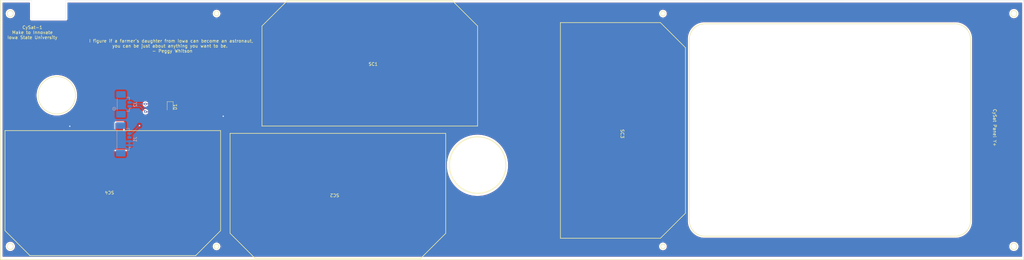
<source format=kicad_pcb>
(kicad_pcb (version 20211014) (generator pcbnew)
  (title_block (title "CySat Solar Panel Y+") (date "2022-06-23") (rev "4") (company "Iowa State University") (comment 1 "Matthew E. Nelson"))
  (layers (0 "F.Cu" signal) (31 "B.Cu" signal) (34 "B.Paste" user) (35 "F.Paste" user) (36 "B.SilkS" user "B.Silkscreen") (37 "F.SilkS" user "F.Silkscreen") (38 "B.Mask" user) (39 "F.Mask" user) (44 "Edge.Cuts" user))
  (net 0 "")
  (net 1 "VSS")
  (net 2 "VCC")
  (net 3 "Net-(D1-Pad1)")
  (net 4 "Net-(D1-Pad2)")
  (footprint "Diode_SMD:D_0805_2012Metric" (layer "F.Cu") (at 180.6 219.4 -90)
    (fp_text reference "D1" (at 0 -1.65 90) (layer "F.SilkS"))
    (fp_text value "D_Photo")
    (fp_line (start -1.685 -0.96) (end -1.685 0.96) (layer "F.SilkS") (width 0.12))
    (fp_line (start -1.685 0.96) (end 1 0.96) (layer "F.SilkS") (width 0.12))
    (fp_line (start 1 -0.96) (end -1.685 -0.96) (layer "F.SilkS") (width 0.12))
    (pad "1" smd roundrect locked (at -0.9375 0 270) (size 0.975 1.4) (layers "F.Cu" "F.Paste" "F.Mask") (net 3 "Net-(D1-Pad1)"))
    (pad "2" smd roundrect locked (at 0.9375 0 270) (size 0.975 1.4) (layers "F.Cu" "F.Paste" "F.Mask") (net 4 "Net-(D1-Pad2)"))
  )
  (footprint "CySat:Spectrolabs_UTJ" (layer "F.Cu") (at 245.56 206.225)
    (fp_text reference "SC1" (at 0 -0.5 unlocked) (layer "F.SilkS"))
    (fp_text value "Solar_Cell")
    (fp_line (start -35.56 -12.7) (end -27.56 -20.7) (layer "F.SilkS") (width 0.2))
    (fp_line (start 33.44 -12.7) (end 33.44 19.3) (layer "F.SilkS") (width 0.2))
    (fp_line (start -27.56 -20.7) (end 25.44 -20.7) (layer "F.SilkS") (width 0.2))
    (fp_line (start 25.44 -20.7) (end 33.44 -12.7) (layer "F.SilkS") (width 0.2))
    (fp_line (start 33.44 19.3) (end -35.56 19.3) (layer "F.SilkS") (width 0.2))
    (fp_line (start -35.56 19.3) (end -35.56 -12.7) (layer "F.SilkS") (width 0.2))
    (pad "1" smd rect (at -1.27 0) (size 58.42 25.4) (layers "F.Cu" "F.Paste" "F.Mask") (net 2 "VCC"))
    (pad "2" smd rect (at 23.48 20.5 180) (size 2.5 2.5) (layers "F.Cu" "F.Paste" "F.Mask") (net 1 "VSS"))
    (pad "2" smd rect (at 18.48 20.5 180) (size 2.5 2.5) (layers "F.Cu" "F.Paste" "F.Mask") (net 1 "VSS"))
    (pad "2" smd rect (at -20.52 20.5 180) (size 2.5 2.5) (layers "F.Cu" "F.Paste" "F.Mask") (net 1 "VSS"))
    (pad "2" smd rect (at -25.52 20.5 180) (size 2.5 2.5) (layers "F.Cu" "F.Paste" "F.Mask") (net 1 "VSS"))
    (pad "3" smd rect (at -3.12 20.5 180) (size 2.5 2.5) (layers "F.Cu" "F.Paste" "F.Mask"))
    (pad "3" smd rect (at 0.88 20.5 180) (size 2.5 2.5) (layers "F.Cu" "F.Paste" "F.Mask"))
  )
  (footprint "CySat:Spectrolabs_UTJ" (layer "F.Cu") (at 233.24 247.175 180)
    (fp_text reference "SC2" (at 0 -0.5 180 unlocked) (layer "F.SilkS"))
    (fp_text value "Solar_Cell")
    (fp_line (start 33.44 -12.7) (end 33.44 19.3) (layer "F.SilkS") (width 0.2))
    (fp_line (start 33.44 19.3) (end -35.56 19.3) (layer "F.SilkS") (width 0.2))
    (fp_line (start -35.56 19.3) (end -35.56 -12.7) (layer "F.SilkS") (width 0.2))
    (fp_line (start 25.44 -20.7) (end 33.44 -12.7) (layer "F.SilkS") (width 0.2))
    (fp_line (start -35.56 -12.7) (end -27.56 -20.7) (layer "F.SilkS") (width 0.2))
    (fp_line (start -27.56 -20.7) (end 25.44 -20.7) (layer "F.SilkS") (width 0.2))
    (pad "1" smd rect (at -1.27 0 180) (size 58.42 25.4) (layers "F.Cu" "F.Paste" "F.Mask") (net 2 "VCC"))
    (pad "2" smd rect (at 23.48 20.5) (size 2.5 2.5) (layers "F.Cu" "F.Paste" "F.Mask") (net 1 "VSS"))
    (pad "2" smd rect (at -20.52 20.5) (size 2.5 2.5) (layers "F.Cu" "F.Paste" "F.Mask") (net 1 "VSS"))
    (pad "2" smd rect (at 18.48 20.5) (size 2.5 2.5) (layers "F.Cu" "F.Paste" "F.Mask") (net 1 "VSS"))
    (pad "2" smd rect (at -25.52 20.5) (size 2.5 2.5) (layers "F.Cu" "F.Paste" "F.Mask") (net 1 "VSS"))
    (pad "3" smd rect (at 0.88 20.5) (size 2.5 2.5) (layers "F.Cu" "F.Paste" "F.Mask"))
    (pad "3" smd rect (at -3.12 20.5) (size 2.5 2.5) (layers "F.Cu" "F.Paste" "F.Mask"))
  )
  (footprint "CySat:Spectrolabs_UTJ" (layer "F.Cu") (at 324.8 228 -90)
    (fp_text reference "SC3" (at 0 -0.5 -90 unlocked) (layer "F.SilkS"))
    (fp_text value "Solar_Cell")
    (fp_line (start 33.44 -12.7) (end 33.44 19.3) (layer "F.SilkS") (width 0.2))
    (fp_line (start -27.56 -20.7) (end 25.44 -20.7) (layer "F.SilkS") (width 0.2))
    (fp_line (start -35.56 19.3) (end -35.56 -12.7) (layer "F.SilkS") (width 0.2))
    (fp_line (start 25.44 -20.7) (end 33.44 -12.7) (layer "F.SilkS") (width 0.2))
    (fp_line (start 33.44 19.3) (end -35.56 19.3) (layer "F.SilkS") (width 0.2))
    (fp_line (start -35.56 -12.7) (end -27.56 -20.7) (layer "F.SilkS") (width 0.2))
    (pad "1" smd rect (at -1.27 0 270) (size 58.42 25.4) (layers "F.Cu" "F.Paste" "F.Mask") (net 2 "VCC"))
    (pad "2" smd rect (at 18.48 20.5 90) (size 2.5 2.5) (layers "F.Cu" "F.Paste" "F.Mask") (net 1 "VSS"))
    (pad "2" smd rect (at -20.52 20.5 90) (size 2.5 2.5) (layers "F.Cu" "F.Paste" "F.Mask") (net 1 "VSS"))
    (pad "2" smd rect (at -25.52 20.5 90) (size 2.5 2.5) (layers "F.Cu" "F.Paste" "F.Mask") (net 1 "VSS"))
    (pad "2" smd rect (at 23.48 20.5 90) (size 2.5 2.5) (layers "F.Cu" "F.Paste" "F.Mask") (net 1 "VSS"))
    (pad "3" smd rect (at 0.88 20.5 90) (size 2.5 2.5) (layers "F.Cu" "F.Paste" "F.Mask"))
    (pad "3" smd rect (at -3.12 20.5 90) (size 2.5 2.5) (layers "F.Cu" "F.Paste" "F.Mask"))
  )
  (footprint "CySat:Spectrolabs_UTJ" (layer "F.Cu") (at 161.2 246.3 180)
    (fp_text reference "SC4" (at 0 -0.5 180 unlocked) (layer "F.SilkS"))
    (fp_text value "Solar_Cell")
    (fp_line (start 33.44 19.3) (end -35.56 19.3) (layer "F.SilkS") (width 0.2))
    (fp_line (start -27.56 -20.7) (end 25.44 -20.7) (layer "F.SilkS") (width 0.2))
    (fp_line (start 33.44 -12.7) (end 33.44 19.3) (layer "F.SilkS") (width 0.2))
    (fp_line (start -35.56 -12.7) (end -27.56 -20.7) (layer "F.SilkS") (width 0.2))
    (fp_line (start -35.56 19.3) (end -35.56 -12.7) (layer "F.SilkS") (width 0.2))
    (fp_line (start 25.44 -20.7) (end 33.44 -12.7) (layer "F.SilkS") (width 0.2))
    (pad "1" smd rect (at -1.27 0 180) (size 58.42 25.4) (layers "F.Cu" "F.Paste" "F.Mask") (net 2 "VCC"))
    (pad "2" smd rect (at 23.48 20.5) (size 2.5 2.5) (layers "F.Cu" "F.Paste" "F.Mask") (net 1 "VSS"))
    (pad "2" smd rect (at -25.52 20.5) (size 2.5 2.5) (layers "F.Cu" "F.Paste" "F.Mask") (net 1 "VSS"))
    (pad "2" smd rect (at 18.48 20.5) (size 2.5 2.5) (layers "F.Cu" "F.Paste" "F.Mask") (net 1 "VSS"))
    (pad "2" smd rect (at -20.52 20.5) (size 2.5 2.5) (layers "F.Cu" "F.Paste" "F.Mask") (net 1 "VSS"))
    (pad "3" smd rect (at -3.12 20.5) (size 2.5 2.5) (layers "F.Cu" "F.Paste" "F.Mask"))
    (pad "3" smd rect (at 0.88 20.5) (size 2.5 2.5) (layers "F.Cu" "F.Paste" "F.Mask"))
  )
  (footprint "Connector_Molex:Molex_PicoBlade_53398-0471_1x04-1MP_P1.25mm_Vertical" (layer "B.Cu") (at 166.3 229.8 90)
    (fp_text reference "J1" (at 0 3.1 90) (layer "B.SilkS") (effects (justify mirror)))
    (fp_text value "Conn_01x04")
    (fp_line (start -2.535 1.21) (end -2.535 1.9) (layer "B.SilkS") (width 0.12))
    (fp_line (start 3.485 0.26) (end 3.485 1.21) (layer "B.SilkS") (width 0.12))
    (fp_line (start 3.485 1.21) (end 2.535 1.21) (layer "B.SilkS") (width 0.12))
    (fp_line (start -3.485 0.26) (end -3.485 1.21) (layer "B.SilkS") (width 0.12))
    (fp_line (start -3.485 1.21) (end -2.535 1.21) (layer "B.SilkS") (width 0.12))
    (fp_line (start -3.115 -2.71) (end 3.115 -2.71) (layer "B.SilkS") (width 0.12))
    (pad "1" smd roundrect locked (at -1.875 1.25 90) (size 0.8 1.3) (layers "B.Cu" "B.Paste" "B.Mask") (net 1 "VSS"))
    (pad "2" smd roundrect locked (at -0.625 1.25 90) (size 0.8 1.3) (layers "B.Cu" "B.Paste" "B.Mask") (net 1 "VSS"))
    (pad "3" smd roundrect locked (at 0.625 1.25 90) (size 0.8 1.3) (layers "B.Cu" "B.Paste" "B.Mask") (net 2 "VCC"))
    (pad "4" smd roundrect locked (at 1.875 1.25 90) (size 0.8 1.3) (layers "B.Cu" "B.Paste" "B.Mask") (net 2 "VCC"))
    (pad "MP" smd roundrect locked (at 4.425 -1.5 90) (size 2.1 3) (layers "B.Cu" "B.Paste" "B.Mask") (roundrect_rratio 0.119047619))
    (pad "MP" smd roundrect locked (at -4.425 -1.5 90) (size 2.1 3) (layers "B.Cu" "B.Paste" "B.Mask") (roundrect_rratio 0.119047619))
  )
  (footprint "Connector_Molex:Molex_PicoBlade_53398-0271_1x02-1MP_P1.25mm_Vertical" (layer "B.Cu") (at 166.36 218.6 90)
    (fp_text reference "J2" (at 0 3.1 90) (layer "B.SilkS") (effects (justify mirror)))
    (fp_text value "Conn_01x02")
    (fp_line (start -2.235 0.26) (end -2.235 1.21) (layer "B.SilkS") (width 0.12))
    (fp_line (start -2.235 1.21) (end -1.285 1.21) (layer "B.SilkS") (width 0.12))
    (fp_line (start -1.865 -2.71) (end 1.865 -2.71) (layer "B.SilkS") (width 0.12))
    (fp_line (start 2.235 0.26) (end 2.235 1.21) (layer "B.SilkS") (width 0.12))
    (fp_line (start 2.235 1.21) (end 1.285 1.21) (layer "B.SilkS") (width 0.12))
    (fp_line (start -1.285 1.21) (end -1.285 1.9) (layer "B.SilkS") (width 0.12))
    (pad "1" smd roundrect locked (at -0.625 1.25 90) (size 0.8 1.3) (layers "B.Cu" "B.Paste" "B.Mask") (net 4 "Net-(D1-Pad2)"))
    (pad "2" smd roundrect locked (at 0.625 1.25 90) (size 0.8 1.3) (layers "B.Cu" "B.Paste" "B.Mask") (net 3 "Net-(D1-Pad1)"))
    (pad "MP" smd roundrect locked (at -3.175 -1.5 90) (size 2.1 3) (layers "B.Cu" "B.Paste" "B.Mask") (roundrect_rratio 0.119047619))
    (pad "MP" smd roundrect locked (at 3.175 -1.5 90) (size 2.1 3) (layers "B.Cu" "B.Paste" "B.Mask") (roundrect_rratio 0.119047619))
  )
  (gr_circle (center 162.71 220) (end 162.71 219.95) (layer "B.SilkS") (width 0.12) (fill none))
  (gr_circle (center 162.71 220) (end 162.66 219.5) (layer "B.SilkS") (width 0.12) (fill none))
  (gr_circle (center 338.321363 189.55) (end 338.321363 190.312) (layer "F.SilkS") (width 0.2) (fill none))
  (gr_arc (start 351.764363 260.8) (mid 348.228829 259.335534) (end 346.764363 255.8) (layer "F.SilkS") (width 0.2))
  (gr_circle (center 195.479364 189.55) (end 195.479364 190.312) (layer "F.SilkS") (width 0.2) (fill none))
  (gr_circle (center 450.589363 264.05) (end 450.589363 265.05) (layer "F.SilkS") (width 0.2) (fill none))
  (gr_circle (center 279.014363 238.03) (end 279.014363 247.03) (layer "F.SilkS") (width 0.2) (fill none))
  (gr_line (start 351.764363 260.8) (end 431.764363 260.8) (layer "F.SilkS") (width 0.2))
  (gr_line (start 431.764363 192.8) (end 351.764363 192.8) (layer "F.SilkS") (width 0.2))
  (gr_circle (center 450.589363 189.55) (end 450.589363 190.55) (layer "F.SilkS") (width 0.2) (fill none))
  (gr_circle (center 129.439364 189.55) (end 129.439364 190.55) (layer "F.SilkS") (width 0.2) (fill none))
  (gr_arc (start 346.764363 197.8) (mid 348.228829 194.264466) (end 351.764363 192.8) (layer "F.SilkS") (width 0.2))
  (gr_circle (center 338.321363 264.05) (end 338.321363 264.812) (layer "F.SilkS") (width 0.2) (fill none))
  (gr_arc (start 431.764363 192.8) (mid 435.299897 194.264466) (end 436.764363 197.8) (layer "F.SilkS") (width 0.2))
  (gr_line (start 126.264364 268.3) (end 126.264364 185.3) (layer "F.SilkS") (width 0.2))
  (gr_circle (center 129.439364 264.05) (end 129.439364 265.05) (layer "F.SilkS") (width 0.2) (fill none))
  (gr_line (start 453.764363 185.3) (end 453.764363 268.3) (layer "F.SilkS") (width 0.2))
  (gr_circle (center 195.479364 264.05) (end 195.479364 264.812) (layer "F.SilkS") (width 0.2) (fill none))
  (gr_line (start 436.764363 255.8) (end 436.764363 197.8) (layer "F.SilkS") (width 0.2))
  (gr_line (start 346.764363 197.8) (end 346.764363 255.8) (layer "F.SilkS") (width 0.2))
  (gr_circle (center 144.341364 215.67) (end 144.341364 221.67) (layer "F.SilkS") (width 0.2) (fill none))
  (gr_arc (start 436.764363 255.8) (mid 435.299897 259.335534) (end 431.764363 260.8) (layer "F.SilkS") (width 0.2))
  (gr_line (start 453.764363 268.3) (end 126.264364 268.3) (layer "F.SilkS") (width 0.2))
  (gr_line (start 453.76 268.3) (end 453.76 185.325) (layer "Edge.Cuts") (width 0.05))
  (gr_circle (center 450.61 189.55) (end 450.61 188.55) (layer "Edge.Cuts") (width 0.05) (fill none))
  (gr_circle (center 129.46 264.05) (end 129.46 263.05) (layer "Edge.Cuts") (width 0.05) (fill none))
  (gr_circle (center 129.46 189.55) (end 129.46 188.55) (layer "Edge.Cuts") (width 0.05) (fill none))
  (gr_circle (center 338.31 264.05) (end 338.31 263.3) (layer "Edge.Cuts") (width 0.05) (fill none))
  (gr_circle (center 338.31 189.55) (end 338.31 188.8) (layer "Edge.Cuts") (width 0.05) (fill none))
  (gr_circle (center 195.46 189.55) (end 195.46 188.8) (layer "Edge.Cuts") (width 0.05) (fill none))
  (gr_arc (start 431.86 192.8) (mid 435.324823 194.235177) (end 436.76 197.7) (layer "Edge.Cuts") (width 0.05))
  (gr_arc (start 351.66 260.8) (mid 348.195177 259.364823) (end 346.76 255.9) (layer "Edge.Cuts") (width 0.05))
  (gr_arc (start 346.76 197.7) (mid 348.195177 194.235177) (end 351.66 192.8) (layer "Edge.Cuts") (width 0.05))
  (gr_line (start 431.86 192.8) (end 351.66 192.8) (layer "Edge.Cuts") (width 0.05))
  (gr_line (start 346.76 197.7) (end 346.76 255.9) (layer "Edge.Cuts") (width 0.05))
  (gr_line (start 351.66 260.8) (end 431.86 260.8) (layer "Edge.Cuts") (width 0.05))
  (gr_line (start 436.76 255.9) (end 436.76 197.7) (layer "Edge.Cuts") (width 0.05))
  (gr_line (start 126.26 268.3) (end 453.76 268.3) (layer "Edge.Cuts") (width 0.05))
  (gr_line (start 147.25 191.3) (end 147.25 185.275) (layer "Edge.Cuts") (width 0.05))
  (gr_circle (center 278.96 238.1) (end 288.262174 238.1) (layer "Edge.Cuts") (width 0.05) (fill none))
  (gr_circle (center 195.46 264.05) (end 195.46 263.3) (layer "Edge.Cuts") (width 0.05) (fill none))
  (gr_arc (start 436.76 255.9) (mid 435.324823 259.364823) (end 431.86 260.8) (layer "Edge.Cuts") (width 0.05))
  (gr_line (start 126.26 185.3) (end 136.25 185.3) (layer "Edge.Cuts") (width 0.05))
  (gr_line (start 147.25 185.275) (end 453.76 185.325) (layer "Edge.Cuts") (width 0.05))
  (gr_line (start 126.26 185.3) (end 126.26 268.3) (layer "Edge.Cuts") (width 0.05))
  (gr_circle (center 144.36 215.7) (end 144.16 209.7) (layer "Edge.Cuts") (width 0.05) (fill none))
  (gr_line (start 136.25 191.3) (end 147.25 191.3) (layer "Edge.Cuts") (width 0.05))
  (gr_line (start 136.25 185.3) (end 136.25 191.3) (layer "Edge.Cuts") (width 0.05))
  (gr_circle (center 450.61 264.05) (end 450.61 263.05) (layer "Edge.Cuts") (width 0.05) (fill none))
  (gr_text "I figure if a farmer’s daughter from Iowa can become an astronaut, \nyou can be just about anything you want to be.  \n- Peggy Whitson" (at 181.3 199.9) (layer "F.SilkS") (effects (font (size 1 1))))
  (gr_text "CySat Panel Y+" (at 444.5 226.06 270) (layer "F.SilkS") (effects (font (size 1 1))))
  (gr_text "CySat-1\nMake to Innovate\nIowa State University" (at 136.525 195.58) (layer "F.SilkS") (effects (font (size 1 1))))
  (segment (start 214.76 226.675) (end 219.99 226.675) (width 0.25) (layer "F.Cu") (net 1))
  (segment (start 252.135489 228.299511) (end 226.614511 228.299511) (width 0.25) (layer "F.Cu") (net 1))
  (segment (start 258.81 226.725) (end 258.76 226.675) (width 0.25) (layer "F.Cu") (net 1))
  (segment (start 142.72 225.8) (end 148.3 225.8) (width 0.25) (layer "F.Cu") (net 1))
  (segment (start 209.76 226.675) (end 201.875 226.675) (width 0.25) (layer "F.Cu") (net 1))
  (segment (start 226.614511 228.299511) (end 225.04 226.725) (width 0.25) (layer "F.Cu") (net 1))
  (segment (start 304.3 246.48) (end 284.545 226.725) (width 0.25) (layer "F.Cu") (net 1))
  (segment (start 284.545 226.725) (end 269.04 226.725) (width 0.25) (layer "F.Cu") (net 1))
  (segment (start 269.04 226.725) (end 264.04 226.725) (width 0.25) (layer "F.Cu") (net 1))
  (segment (start 253.76 226.675) (end 252.135489 228.299511) (width 0.25) (layer "F.Cu") (net 1))
  (segment (start 181.72 225.8) (end 186.72 225.8) (width 0.25) (layer "F.Cu") (net 1))
  (segment (start 209.76 226.675) (end 214.76 226.675) (width 0.25) (layer "F.Cu") (net 1))
  (segment (start 219.99 226.675) (end 220.04 226.725) (width 0.25) (layer "F.Cu") (net 1))
  (segment (start 220.04 226.725) (end 225.04 226.725) (width 0.25) (layer "F.Cu") (net 1))
  (segment (start 137.72 225.8) (end 142.72 225.8) (width 0.25) (layer "F.Cu") (net 1))
  (segment (start 304.3 246.48) (end 304.3 251.48) (width 0.25) (layer "F.Cu") (net 1))
  (segment (start 258.76 226.675) (end 253.76 226.675) (width 0.25) (layer "F.Cu") (net 1))
  (segment (start 201.875 226.675) (end 197.6 222.4) (width 0.25) (layer "F.Cu") (net 1))
  (segment (start 304.3 202.48) (end 304.3 207.48) (width 0.25) (layer "F.Cu") (net 1))
  (segment (start 304.3 207.48) (end 288.285 207.48) (width 0.25) (layer "F.Cu") (net 1))
  (segment (start 264.04 226.725) (end 258.81 226.725) (width 0.25) (layer "F.Cu") (net 1))
  (segment (start 186.72 225.8) (end 194.2 225.8) (width 0.25) (layer "F.Cu") (net 1))
  (segment (start 194.2 225.8) (end 197.6 222.4) (width 0.25) (layer "F.Cu") (net 1))
  (segment (start 288.285 207.48) (end 269.04 226.725) (width 0.25) (layer "F.Cu") (net 1))
  (segment (start 148.3 225.8) (end 148.5 225.6) (width 0.25) (layer "F.Cu") (net 1))
  (via (at 148.5 225.6) (size 0.8) (drill 0.4) (layers "F.Cu" "B.Cu") (net 1))
  (via (at 197.6 222.4) (size 0.8) (drill 0.4) (layers "F.Cu" "B.Cu") (net 1))
  (via (at 170.8 225.4) (size 0.8) (drill 0.4) (layers "F.Cu" "B.Cu") (net 2))
  (segment (start 167.55 227.925) (end 167.55 229.175) (width 0.25) (layer "B.Cu") (net 2))
  (segment (start 168.275 227.925) (end 170.8 225.4) (width 0.25) (layer "B.Cu") (net 2))
  (segment (start 167.55 227.925) (end 168.275 227.925) (width 0.25) (layer "B.Cu") (net 2))
  (segment (start 172.72 218.44) (end 180.5775 218.44) (width 0.25) (layer "F.Cu") (net 3))
  (segment (start 180.5775 218.44) (end 180.6 218.4625) (width 0.25) (layer "F.Cu") (net 3))
  (via (at 172.7 218.5) (size 0.8) (drill 0.4) (layers "F.Cu" "B.Cu") (net 3))
  (segment (start 172.72 218.44) (end 168.91 218.44) (width 0.25) (layer "B.Cu") (net 3))
  (segment (start 168.91 218.44) (end 168.445 217.975) (width 0.25) (layer "B.Cu") (net 3))
  (segment (start 168.445 217.975) (end 167.61 217.975) (width 0.25) (layer "B.Cu") (net 3))
  (segment (start 179.9575 220.98) (end 180.6 220.3375) (width 0.25) (layer "F.Cu") (net 4))
  (segment (start 172.72 220.98) (end 179.9575 220.98) (width 0.25) (layer "F.Cu") (net 4))
  (via (at 172.72 220.98) (size 0.8) (drill 0.4) (layers "F.Cu" "B.Cu") (net 4))
  (segment (start 170.965 219.225) (end 167.61 219.225) (width 0.25) (layer "B.Cu") (net 4))
  (segment (start 172.72 220.98) (end 170.965 219.225) (width 0.25) (layer "B.Cu") (net 4))
  (zone (net 2) (net_name "VCC") (layer "F.Cu") (connect_pads (clearance 0.508)) (min_thickness 0.254) (fill yes (thermal_gap 0.508) (thermal_bridge_width 0.508))
    (polygon (pts (xy 453.39 267.335) (xy 127 267.335) (xy 127 186.055) (xy 453.39 186.055)))
  )
  (zone (net 0) (net_name "") (layers F&B.Cu) (connect_pads (clearance 0)) (min_thickness 0.254)
    (keepout (tracks not_allowed) (vias not_allowed) (pads allowed) (copperpour not_allowed) (footprints allowed))
    (fill (thermal_gap 0.508) (thermal_bridge_width 0.508))
    (polygon (pts (xy 436.753 255.8923) (xy 436.7657 197.7009) (xy 436.6768 196.8754) (xy 436.5244 196.2531) (xy 436.3212 195.707) (xy 436.0418 195.1609) (xy 435.6354 194.5767) (xy 435.0258 193.9671) (xy 434.3146 193.4591) (xy 433.6415 193.1416) (xy 432.9938 192.9384) (xy 432.3715 192.8241) (xy 431.7873 192.7987) (xy 351.6249 192.7987) (xy 350.7613 192.8749) (xy 350.1009 193.04) (xy 349.4278 193.3194) (xy 348.9579 193.6115) (xy 348.361 194.0687) (xy 348.0054 194.4497) (xy 347.5482 195.0212) (xy 347.1037 195.8848) (xy 346.9005 196.5198) (xy 346.7735 197.358) (xy 346.7608 197.6755) (xy 346.7608 255.9431) (xy 346.7989 256.413) (xy 346.8497 256.8448) (xy 347.0021 257.4163) (xy 347.3323 258.2291) (xy 347.7133 258.7879) (xy 348.0562 259.2197) (xy 348.5261 259.6769) (xy 349.25 260.1849) (xy 349.9485 260.5024) (xy 350.4946 260.6675) (xy 351.2058 260.7818) (xy 351.7138 260.7945) (xy 431.9016 260.8072) (xy 432.7652 260.7183) (xy 433.6034 260.477) (xy 434.4035 260.096) (xy 435.0639 259.6134) (xy 435.7751 258.8514) (xy 436.2577 258.064) (xy 436.4736 257.556) (xy 436.6387 256.9972) (xy 436.7403 256.4384) (xy 436.753 256.0447)))
  )
  (zone (net 0) (net_name "") (layers F&B.Cu) (connect_pads (clearance 0)) (min_thickness 0.254)
    (keepout (tracks not_allowed) (vias not_allowed) (pads allowed) (copperpour not_allowed) (footprints allowed))
    (fill (thermal_gap 0.508) (thermal_bridge_width 0.508))
    (polygon (pts (xy 288.3662 238.0107) (xy 288.3408 237.4392) (xy 288.2646 236.6518) (xy 288.1757 236.2073) (xy 287.7566 234.7595) (xy 287.401 233.9467) (xy 286.9057 233.0577) (xy 286.1564 232.0163) (xy 285.3944 231.2289) (xy 284.2641 230.3272) (xy 283.5275 229.87) (xy 282.8163 229.5144) (xy 281.9273 229.1588) (xy 281.0891 228.9175) (xy 280.1112 228.7397) (xy 278.8285 228.6762) (xy 277.5331 228.7778) (xy 276.4028 229.0191) (xy 275.0693 229.5017) (xy 274.1676 229.9716) (xy 273.1008 230.6955) (xy 272.034 231.6607) (xy 271.2466 232.664) (xy 270.5227 233.8451) (xy 270.0909 234.8484) (xy 269.7861 235.8644) (xy 269.5829 236.9566) (xy 269.5067 238.2393) (xy 269.6337 239.649) (xy 270.0528 241.2619) (xy 270.6624 242.6335) (xy 271.5387 243.9289) (xy 272.5039 244.9957) (xy 273.7739 245.9863) (xy 275.082 246.6975) (xy 276.5171 247.2309) (xy 278.1681 247.5357) (xy 279.7937 247.5103) (xy 280.9875 247.3325) (xy 282.321 246.9388) (xy 283.2608 246.5197) (xy 284.3784 245.8466) (xy 284.9372 245.4148) (xy 285.5214 244.8814) (xy 286.2072 244.1575) (xy 286.8041 243.3447) (xy 287.3502 242.4176) (xy 287.9598 241.0587) (xy 288.2011 240.0808) (xy 288.3535 238.9632)))
  )
  (zone (net 0) (net_name "") (layers F&B.Cu) (connect_pads (clearance 0)) (min_thickness 0.254)
    (keepout (tracks not_allowed) (vias not_allowed) (pads allowed) (copperpour not_allowed) (footprints allowed))
    (fill (thermal_gap 0.508) (thermal_bridge_width 0.508))
    (polygon (pts (xy 144.3609 221.7166) (xy 145.3007 221.6785) (xy 147.0279 221.1197) (xy 148.3487 220.2434) (xy 149.2377 219.2655) (xy 149.7965 218.3257) (xy 150.1775 217.297) (xy 150.3553 216.408) (xy 150.4061 215.1761) (xy 150.0505 213.6775) (xy 149.4536 212.4075) (xy 148.5011 211.2772) (xy 147.4343 210.5025) (xy 146.5707 210.0834) (xy 145.1737 209.7024) (xy 144.2593 209.6643) (xy 143.1544 209.7532) (xy 141.4907 210.312) (xy 140.5763 210.9724) (xy 139.8143 211.7344) (xy 139.0777 212.7631) (xy 138.6078 213.9061) (xy 138.43 214.6046) (xy 138.3411 215.3793) (xy 138.3284 216.0778) (xy 138.557 217.3859) (xy 139.065 218.6051) (xy 139.573 219.3544) (xy 140.0302 219.8878) (xy 140.8176 220.5863) (xy 141.6304 221.0816) (xy 142.7734 221.5261) (xy 143.7767 221.7166)))
  )
  (zone (net 1) (net_name "VSS") (layer "B.Cu") (connect_pads (clearance 0.508)) (min_thickness 0.254) (fill yes (thermal_gap 0.508) (thermal_bridge_width 0.508))
    (polygon (pts (xy 453.39 267.335) (xy 127 267.335) (xy 127 186.055) (xy 453.39 186.055)))
  )
)
</source>
